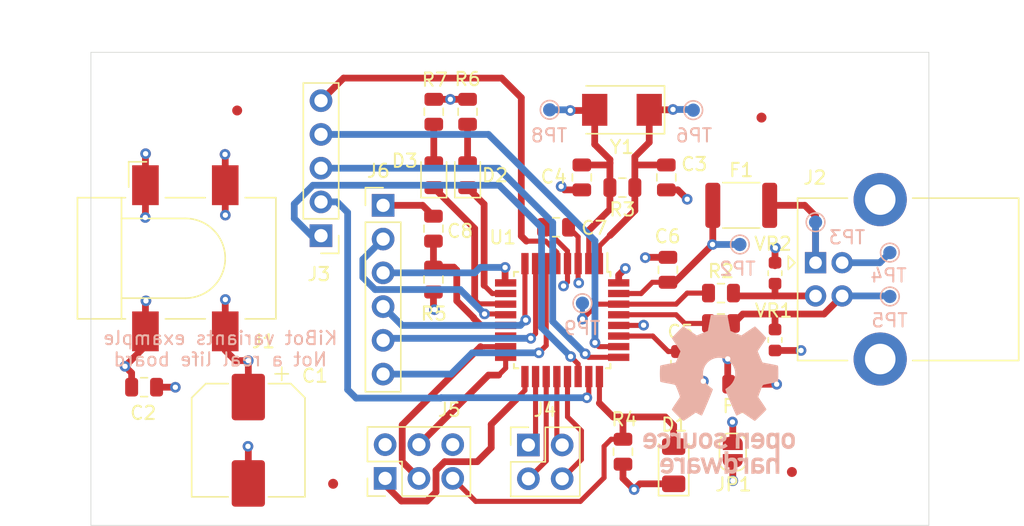
<source format=kicad_pcb>
(kicad_pcb (version 20240108) (generator "pcbnew") (generator_version "8.0")
  (title_block (rev "${git_hash}") (company "Instituto Nacional de Tecnología Industrial") (comment 4 "An example of KiBot variants"))
  (layers (0 "F.Cu" signal) (1 "In1.Cu" power "GND.Cu") (2 "In2.Cu" power "Power.Cu") (31 "B.Cu" signal) (34 "B.Paste" user) (35 "F.Paste" user) (36 "B.SilkS" user "B.Silkscreen") (37 "F.SilkS" user "F.Silkscreen") (38 "B.Mask" user) (39 "F.Mask" user) (44 "Edge.Cuts" user))
  (net 0 "")
  (net 1 "GND")
  (net 2 "+5V")
  (net 3 "Net-(U1-XTAL1)")
  (net 4 "Net-(U1-PC0{slash}XTAL2)")
  (net 5 "Earth")
  (net 6 "Net-(U1-UCAP)")
  (net 7 "VBUS")
  (net 8 "Net-(J6-Pin_1)")
  (net 9 "/DTR")
  (net 10 "/RESET2")
  (net 11 "Net-(D2-A)")
  (net 12 "/RXLED")
  (net 13 "Net-(D3-A)")
  (net 14 "/TXLED")
  (net 15 "Net-(J2-VBUS)")
  (net 16 "Net-(J2-Shield)")
  (net 17 "Net-(J2-D+)")
  (net 18 "Net-(J2-D-)")
  (net 19 "Net-(J3-Pin_4)")
  (net 20 "Net-(J3-Pin_3)")
  (net 21 "Net-(J3-Pin_2)")
  (net 22 "Net-(J3-Pin_1)")
  (net 23 "Net-(J3-Pin_5)")
  (net 24 "Net-(J4-Pin_2)")
  (net 25 "Net-(J4-Pin_1)")
  (net 26 "Net-(J4-Pin_4)")
  (net 27 "Net-(J4-Pin_3)")
  (net 28 "/MOSI2")
  (net 29 "/SCK2")
  (net 30 "/MISO2")
  (net 31 "Net-(J6-Pin_3)")
  (net 32 "Net-(J6-Pin_5)")
  (net 33 "Net-(J6-Pin_6)")
  (net 34 "Net-(J6-Pin_4)")
  (net 35 "Net-(J6-Pin_2)")
  (net 36 "Net-(U1-D+)")
  (net 37 "Net-(U1-D-)")
  (footprint "Capacitor_SMD:CP_Elec_8x10" (layer "F.Cu") (at 130.8354 94.8944 -90)
    (property "Reference" "C1" (at -4.8514 -5.0038 180) (layer "F.SilkS"))
    (property "Value" "47uF")
    (pad "1" smd roundrect (at -3.25 0 270) (size 3.5 2.5) (layers "F.Cu" "F.Paste" "F.Mask") (roundrect_rratio 0.1) (net 2 "+5V"))
    (pad "2" smd roundrect (at 3.25 0 270) (size 3.5 2.5) (layers "F.Cu" "F.Paste" "F.Mask") (roundrect_rratio 0.1) (net 1 "GND"))
  )
  (footprint "Capacitor_SMD:C_0805_2012Metric" (layer "F.Cu") (at 123 90.9)
    (property "Reference" "C2" (at -0.064 1.937 0) (layer "F.SilkS"))
    (property "Value" "100nF")
    (pad "1" smd roundrect (at -0.9375 0) (size 0.975 1.4) (layers "F.Cu" "F.Paste" "F.Mask") (net 2 "+5V"))
    (pad "2" smd roundrect (at 0.9375 0) (size 0.975 1.4) (layers "F.Cu" "F.Paste" "F.Mask") (net 1 "GND"))
  )
  (footprint "Capacitor_SMD:C_0805_2012Metric" (layer "F.Cu") (at 162.26 75.116 -90)
    (property "Reference" "C3" (at -0.9988 -2.1034 180) (layer "F.SilkS"))
    (property "Value" "22pF")
    (pad "1" smd roundrect (at -0.9375 0 270) (size 0.975 1.4) (layers "F.Cu" "F.Paste" "F.Mask") (net 3 "Net-(U1-XTAL1)"))
    (pad "2" smd roundrect (at 0.9375 0 270) (size 0.975 1.4) (layers "F.Cu" "F.Paste" "F.Mask") (net 1 "GND"))
  )
  (footprint "Capacitor_SMD:C_0805_2012Metric" (layer "F.Cu") (at 155.91 75.116 -90)
    (property "Reference" "C4" (at -0.059 2.113 180) (layer "F.SilkS"))
    (property "Value" "22pF")
    (pad "1" smd roundrect (at -0.9375 0 270) (size 0.975 1.4) (layers "F.Cu" "F.Paste" "F.Mask") (net 4 "Net-(U1-PC0{slash}XTAL2)"))
    (pad "2" smd roundrect (at 0.9375 0 270) (size 0.975 1.4) (layers "F.Cu" "F.Paste" "F.Mask") (net 1 "GND"))
  )
  (footprint "Capacitor_SMD:C_0805_2012Metric" (layer "F.Cu") (at 163.322 89.154 -90)
    (property "Reference" "C5" (at -2.413 0 180) (layer "F.SilkS"))
    (property "Value" "1uF")
    (pad "1" smd roundrect (at -0.9375 0 270) (size 0.975 1.4) (layers "F.Cu" "F.Paste" "F.Mask") (net 6 "Net-(U1-UCAP)"))
    (pad "2" smd roundrect (at 0.9375 0 270) (size 0.975 1.4) (layers "F.Cu" "F.Paste" "F.Mask") (net 5 "Earth"))
  )
  (footprint "Capacitor_SMD:C_0805_2012Metric" (layer "F.Cu") (at 153.9748 78.867)
    (property "Reference" "C7" (at 2.8702 0.0508 0) (layer "F.SilkS"))
    (property "Value" "100nF")
    (pad "1" smd roundrect (at -0.9375 0) (size 0.975 1.4) (layers "F.Cu" "F.Paste" "F.Mask") (net 2 "+5V"))
    (pad "2" smd roundrect (at 0.9375 0) (size 0.975 1.4) (layers "F.Cu" "F.Paste" "F.Mask") (net 1 "GND"))
  )
  (footprint "Capacitor_SMD:C_0805_2012Metric" (layer "F.Cu") (at 144.7546 78.9686 90)
    (property "Reference" "C8" (at -0.1778 2.0066 180) (layer "F.SilkS"))
    (property "Value" "100nF")
    (pad "1" smd roundrect (at -0.9375 0 90) (size 0.975 1.4) (layers "F.Cu" "F.Paste" "F.Mask") (net 9 "/DTR"))
    (pad "2" smd roundrect (at 0.9375 0 90) (size 0.975 1.4) (layers "F.Cu" "F.Paste" "F.Mask") (net 8 "Net-(J6-Pin_1)"))
  )
  (footprint "Diode_SMD:D_1206_3216Metric" (layer "F.Cu") (at 162.814 96.774 90)
    (property "Reference" "D1" (at 3.048 0.0508 180) (layer "F.SilkS"))
    (property "Value" "CD1206-S01575")
    (pad "1" smd roundrect (at -1.4 0 90) (size 1.25 1.75) (layers "F.Cu" "F.Paste" "F.Mask") (roundrect_rratio 0.2) (net 2 "+5V"))
    (pad "2" smd roundrect (at 1.4 0 90) (size 1.25 1.75) (layers "F.Cu" "F.Paste" "F.Mask") (roundrect_rratio 0.2) (net 10 "/RESET2"))
  )
  (footprint "LED_SMD:LED_0805_2012Metric" (layer "F.Cu") (at 147.32 74.95 90)
    (property "Reference" "D2" (at -0.0054 2.0574 180) (layer "F.SilkS"))
    (property "Value" "LED")
    (pad "1" smd roundrect (at -0.9375 0 90) (size 0.975 1.4) (layers "F.Cu" "F.Paste" "F.Mask") (net 12 "/RXLED"))
    (pad "2" smd roundrect (at 0.9375 0 90) (size 0.975 1.4) (layers "F.Cu" "F.Paste" "F.Mask") (net 11 "Net-(D2-A)"))
  )
  (footprint "LED_SMD:LED_0805_2012Metric" (layer "F.Cu") (at 144.78 74.95 90)
    (property "Reference" "D3" (at 1.0868 -2.1844 180) (layer "F.SilkS"))
    (property "Value" "LED")
    (pad "1" smd roundrect (at -0.9375 0 90) (size 0.975 1.4) (layers "F.Cu" "F.Paste" "F.Mask") (net 14 "/TXLED"))
    (pad "2" smd roundrect (at 0.9375 0 90) (size 0.975 1.4) (layers "F.Cu" "F.Paste" "F.Mask") (net 13 "Net-(D3-A)"))
  )
  (footprint "Resistor_SMD:R_1812_4532Metric" (layer "F.Cu") (at 167.894 77.216)
    (property "Reference" "F1" (at 0 -2.65 0) (layer "F.SilkS"))
    (property "Value" "MF-MSMF050-2")
    (pad "1" smd roundrect (at -2.1375 0) (size 1.125 3.4) (layers "F.Cu" "F.Paste" "F.Mask") (roundrect_rratio 0.222222) (net 7 "VBUS"))
    (pad "2" smd roundrect (at 2.1375 0) (size 1.125 3.4) (layers "F.Cu" "F.Paste" "F.Mask") (roundrect_rratio 0.222222) (net 15 "Net-(J2-VBUS)"))
  )
  (footprint "Resistor_SMD:R_0805_2012Metric" (layer "F.Cu") (at 167.894 90.678 180)
    (property "Reference" "FB1" (at 0 -1.65 0) (layer "F.SilkS"))
    (property "Value" "BLM21PG221SN1D")
    (pad "1" smd roundrect (at -0.9375 0 180) (size 0.975 1.4) (layers "F.Cu" "F.Paste" "F.Mask") (net 16 "Net-(J2-Shield)"))
    (pad "2" smd roundrect (at 0.9375 0 180) (size 0.975 1.4) (layers "F.Cu" "F.Paste" "F.Mask") (net 5 "Earth"))
  )
  (footprint "Fiducial:Fiducial_0.75mm_Mask1.5mm" (layer "F.Cu") (at 169.418 70.612)
    (property "Reference" "FID1" (hide yes))
    (property "Value" "Fiducial")
    (pad "" smd circle (at 0 0) (size 0.75 0.75) (layers "F.Cu" "F.Mask") (clearance 0.375))
  )
  (footprint "Fiducial:Fiducial_0.75mm_Mask1.5mm" (layer "F.Cu") (at 171.704 97.282)
    (property "Reference" "FID2" (hide yes))
    (property "Value" "Fiducial")
    (pad "" smd circle (at 0 0) (size 0.75 0.75) (layers "F.Cu" "F.Mask") (clearance 0.375))
  )
  (footprint "Fiducial:Fiducial_0.75mm_Mask1.5mm" (layer "F.Cu") (at 129.9972 70.0786)
    (property "Reference" "FID3" (hide yes))
    (property "Value" "Fiducial")
    (pad "" smd circle (at 0 0) (size 0.75 0.75) (layers "F.Cu" "F.Mask") (clearance 0.375))
  )
  (footprint "Fiducial:Fiducial_0.75mm_Mask1.5mm" (layer "F.Cu") (at 137.2108 98.171)
    (property "Reference" "FID4" (hide yes))
    (property "Value" "Fiducial")
    (pad "" smd circle (at 0 0) (size 0.75 0.75) (layers "F.Cu" "F.Mask") (clearance 0.375))
  )
  (footprint "MountingHole:MountingHole_2.7mm_M2.5" (layer "F.Cu") (at 177 97)
    (property "Reference" "H1" (hide yes))
    (property "Value" "MountingHole")
    (pad "" np_thru_hole circle (at 0 0) (size 2.7 2.7) (drill 2.7) (layers "*.Cu" "*.Mask"))
  )
  (footprint "MountingHole:MountingHole_2.7mm_M2.5" (layer "F.Cu") (at 123 97)
    (property "Reference" "H2" (hide yes))
    (property "Value" "MountingHole")
    (pad "" np_thru_hole circle (at 0 0) (size 2.7 2.7) (drill 2.7) (layers "*.Cu" "*.Mask"))
  )
  (footprint "MountingHole:MountingHole_2.7mm_M2.5" (layer "F.Cu") (at 123 69.5)
    (property "Reference" "H3" (hide yes))
    (property "Value" "MountingHole")
    (pad "" np_thru_hole circle (at 0 0) (size 2.7 2.7) (drill 2.7) (layers "*.Cu" "*.Mask"))
  )
  (footprint "MountingHole:MountingHole_2.7mm_M2.5" (layer "F.Cu") (at 177 69.5)
    (property "Reference" "H4" (hide yes))
    (property "Value" "MountingHole")
    (pad "" np_thru_hole circle (at 0 0) (size 2.7 2.7) (drill 2.7) (layers "*.Cu" "*.Mask"))
  )
  (footprint "Connector_BarrelJack:BarrelJack_CLIFF_FC681465S_SMT_Horizontal" (layer "F.Cu") (at 126.1 81.2)
    (property "Reference" "J1" (at 5.8784 6.2522 180) (layer "F.SilkS"))
    (property "Value" "Barrel_Jack_Switch")
    (pad "" np_thru_hole oval (at -2.9 0 90) (size 2 1.5) (drill oval 2 1.5) (layers "*.Cu" "*.Mask"))
    (pad "" np_thru_hole circle (at 1.5 0 90) (size 2 2) (drill 2) (layers "*.Cu" "*.Mask"))
    (pad "1" smd rect (at -3 -5.5 90) (size 3 2) (layers "F.Cu" "F.Paste" "F.Mask") (net 1 "GND"))
    (pad "1" smd rect (at 3 -5.5 90) (size 3 2) (layers "F.Cu" "F.Paste" "F.Mask") (net 1 "GND"))
    (pad "2" smd rect (at 3 5.5 90) (size 3 2) (layers "F.Cu" "F.Paste" "F.Mask") (net 2 "+5V"))
    (pad "3" smd rect (at -3 5.5 90) (size 3 2) (layers "F.Cu" "F.Paste" "F.Mask") (net 2 "+5V"))
  )
  (footprint "Connector_PinHeader_2.54mm:PinHeader_1x05_P2.54mm_Vertical" (layer "F.Cu") (at 136.3 79.5 180)
    (property "Reference" "J3" (at 0.156 -2.8976 0) (layer "F.SilkS"))
    (property "Value" "P1")
    (pad "1" thru_hole rect (at 0 0 180) (size 1.7 1.7) (drill 1) (layers "*.Cu" "*.Mask") (net 22 "Net-(J3-Pin_1)"))
    (pad "2" thru_hole oval (at 0 2.54 180) (size 1.7 1.7) (drill 1) (layers "*.Cu" "*.Mask") (net 21 "Net-(J3-Pin_2)"))
    (pad "3" thru_hole oval (at 0 5.08 180) (size 1.7 1.7) (drill 1) (layers "*.Cu" "*.Mask") (net 20 "Net-(J3-Pin_3)"))
    (pad "4" thru_hole oval (at 0 7.62 180) (size 1.7 1.7) (drill 1) (layers "*.Cu" "*.Mask") (net 19 "Net-(J3-Pin_4)"))
    (pad "5" thru_hole oval (at 0 10.16 180) (size 1.7 1.7) (drill 1) (layers "*.Cu" "*.Mask") (net 23 "Net-(J3-Pin_5)"))
  )
  (footprint "Connector_PinHeader_2.54mm:PinHeader_2x02_P2.54mm_Vertical" (layer "F.Cu") (at 151.892 95.25)
    (property "Reference" "J4" (at 1.2446 -2.6416 0) (layer "F.SilkS"))
    (property "Value" "2x2M")
    (pad "1" thru_hole rect (at 0 0) (size 1.7 1.7) (drill 1) (layers "*.Cu" "*.Mask") (net 25 "Net-(J4-Pin_1)"))
    (pad "2" thru_hole oval (at 2.54 0) (size 1.7 1.7) (drill 1) (layers "*.Cu" "*.Mask") (net 24 "Net-(J4-Pin_2)"))
    (pad "3" thru_hole oval (at 0 2.54) (size 1.7 1.7) (drill 1) (layers "*.Cu" "*.Mask") (net 27 "Net-(J4-Pin_3)"))
    (pad "4" thru_hole oval (at 2.54 2.54) (size 1.7 1.7) (drill 1) (layers "*.Cu" "*.Mask") (net 26 "Net-(J4-Pin_4)"))
  )
  (footprint "Connector_PinHeader_2.54mm:PinHeader_2x03_P2.54mm_Vertical" (layer "F.Cu") (at 141.1224 97.7646 90)
    (property "Reference" "J5" (at 5.1562 4.826 180) (layer "F.SilkS"))
    (property "Value" "ICSP1")
    (pad "1" thru_hole rect (at 0 0 90) (size 1.7 1.7) (drill 1) (layers "*.Cu" "*.Mask") (net 30 "/MISO2"))
    (pad "2" thru_hole oval (at 2.54 0 90) (size 1.7 1.7) (drill 1) (layers "*.Cu" "*.Mask") (net 2 "+5V"))
    (pad "3" thru_hole oval (at 0 2.54 90) (size 1.7 1.7) (drill 1) (layers "*.Cu" "*.Mask") (net 29 "/SCK2"))
    (pad "4" thru_hole oval (at 2.54 2.54 90) (size 1.7 1.7) (drill 1) (layers "*.Cu" "*.Mask") (net 28 "/MOSI2"))
    (pad "5" thru_hole oval (at 0 5.08 90) (size 1.7 1.7) (drill 1) (layers "*.Cu" "*.Mask") (net 10 "/RESET2"))
    (pad "6" thru_hole oval (at 2.54 5.08 90) (size 1.7 1.7) (drill 1) (layers "*.Cu" "*.Mask") (net 1 "GND"))
  )
  (footprint "Connector_PinHeader_2.54mm:PinHeader_1x06_P2.54mm_Vertical" (layer "F.Cu") (at 140.97 77.216)
    (property "Reference" "J6" (at -0.3556 -2.5908 0) (layer "F.SilkS"))
    (property "Value" "P2")
    (pad "1" thru_hole rect (at 0 0) (size 1.7 1.7) (drill 1) (layers "*.Cu" "*.Mask") (net 8 "Net-(J6-Pin_1)"))
    (pad "2" thru_hole oval (at 0 2.54) (size 1.7 1.7) (drill 1) (layers "*.Cu" "*.Mask") (net 35 "Net-(J6-Pin_2)"))
    (pad "3" thru_hole oval (at 0 5.08) (size 1.7 1.7) (drill 1) (layers "*.Cu" "*.Mask") (net 31 "Net-(J6-Pin_3)"))
    (pad "4" thru_hole oval (at 0 7.62) (size 1.7 1.7) (drill 1) (layers "*.Cu" "*.Mask") (net 34 "Net-(J6-Pin_4)"))
    (pad "5" thru_hole oval (at 0 10.16) (size 1.7 1.7) (drill 1) (layers "*.Cu" "*.Mask") (net 32 "Net-(J6-Pin_5)"))
    (pad "6" thru_hole oval (at 0 12.7) (size 1.7 1.7) (drill 1) (layers "*.Cu" "*.Mask") (net 33 "Net-(J6-Pin_6)"))
  )
  (footprint "Jumper:SolderJumper-2_P1.3mm_Open_RoundedPad1.0x1.5mm" (layer "F.Cu") (at 167.259 95.7834 -90)
    (property "Reference" "JP1" (at 2.4384 -0.0508 180) (layer "F.SilkS"))
    (property "Value" "SolderJumper_2_Open")
    (pad "1" smd custom (at -0.65 0 270) (size 1 0.5) (layers "F.Cu" "F.Mask") (net 5 "Earth") (options (clearance outline) (anchor rect)) (primitives (gr_circle (center 0 0.25) (end 0.5 0.25) (width 0) (fill yes)) (gr_circle (center 0 -0.25) (end 0.5 -0.25) (width 0) (fill yes)) (gr_poly (pts (xy 0 -0.75) (xy 0.5 -0.75) (xy 0.5 0.75) (xy 0 0.75)) (width 0) (fill yes))))
    (pad "2" smd custom (at 0.65 0 270) (size 1 0.5) (layers "F.Cu" "F.Mask") (net 1 "GND") (options (clearance outline) (anchor rect)) (primitives (gr_circle (center 0 0.25) (end 0.5 0.25) (width 0) (fill yes)) (gr_circle (center 0 -0.25) (end 0.5 -0.25) (width 0) (fill yes)) (gr_poly (pts (xy 0 -0.75) (xy -0.5 -0.75) (xy -0.5 0.75) (xy 0 0.75)) (width 0) (fill yes))))
  )
  (footprint "Resistor_SMD:R_0805_2012Metric" (layer "F.Cu") (at 166.37 86.106)
    (property "Reference" "R1" (at 0.0762 1.8034 0) (layer "F.SilkS"))
    (property "Value" "22R")
    (pad "1" smd roundrect (at -0.9375 0) (size 0.975 1.4) (layers "F.Cu" "F.Paste" "F.Mask") (net 36 "Net-(U1-D+)"))
    (pad "2" smd roundrect (at 0.9375 0) (size 0.975 1.4) (layers "F.Cu" "F.Paste" "F.Mask") (net 17 "Net-(J2-D+)"))
  )
  (footprint "Resistor_SMD:R_0805_2012Metric" (layer "F.Cu") (at 166.37 83.82)
    (property "Reference" "R2" (at 0 -1.65 0) (layer "F.SilkS"))
    (property "Value" "22R")
    (pad "1" smd roundrect (at -0.9375 0) (size 0.975 1.4) (layers "F.Cu" "F.Paste" "F.Mask") (net 37 "Net-(U1-D-)"))
    (pad "2" smd roundrect (at 0.9375 0) (size 0.975 1.4) (layers "F.Cu" "F.Paste" "F.Mask") (net 18 "Net-(J2-D-)"))
  )
  (footprint "Resistor_SMD:R_0805_2012Metric" (layer "F.Cu") (at 158.958 75.878 180)
    (property "Reference" "R3" (at 0 -1.65 0) (layer "F.SilkS"))
    (property "Value" "1M")
    (pad "1" smd roundrect (at -0.9375 0 180) (size 0.975 1.4) (layers "F.Cu" "F.Paste" "F.Mask") (net 3 "Net-(U1-XTAL1)"))
    (pad "2" smd roundrect (at 0.9375 0 180) (size 0.975 1.4) (layers "F.Cu" "F.Paste" "F.Mask") (net 4 "Net-(U1-PC0{slash}XTAL2)"))
  )
  (footprint "Resistor_SMD:R_0805_2012Metric" (layer "F.Cu") (at 159.004 95.758 90)
    (property "Reference" "R4" (at 2.4384 0.1016 180) (layer "F.SilkS"))
    (property "Value" "10K")
    (pad "1" smd roundrect (at -0.9375 0 90) (size 0.975 1.4) (layers "F.Cu" "F.Paste" "F.Mask") (net 2 "+5V"))
    (pad "2" smd roundrect (at 0.9375 0 90) (size 0.975 1.4) (layers "F.Cu" "F.Paste" "F.Mask") (net 10 "/RESET2"))
  )
  (footprint "Resistor_SMD:R_0805_2012Metric" (layer "F.Cu") (at 144.7546 82.804 -90)
    (property "Reference" "R5" (at 2.5654 -0.0254 180) (layer "F.SilkS"))
    (property "Value" "1K")
    (pad "1" smd roundrect (at -0.9375 0 270) (size 0.975 1.4) (layers "F.Cu" "F.Paste" "F.Mask") (net 9 "/DTR"))
    (pad "2" smd roundrect (at 0.9375 0 270) (size 0.975 1.4) (layers "F.Cu" "F.Paste" "F.Mask") (net 1 "GND"))
  )
  (footprint "Resistor_SMD:R_0805_2012Metric" (layer "F.Cu") (at 147.32 70.1748 -90)
    (property "Reference" "R6" (at -2.4584 0 180) (layer "F.SilkS"))
    (property "Value" "1K")
    (pad "1" smd roundrect (at -0.9375 0 270) (size 0.975 1.4) (layers "F.Cu" "F.Paste" "F.Mask") (net 2 "+5V"))
    (pad "2" smd roundrect (at 0.9375 0 270) (size 0.975 1.4) (layers "F.Cu" "F.Paste" "F.Mask") (net 11 "Net-(D2-A)"))
  )
  (footprint "Resistor_SMD:R_0805_2012Metric" (layer "F.Cu") (at 144.78 70.1748 -90)
    (property "Reference" "R7" (at -2.4076 -0.0762 180) (layer "F.SilkS"))
    (property "Value" "1K")
    (pad "1" smd roundrect (at -0.9375 0 270) (size 0.975 1.4) (layers "F.Cu" "F.Paste" "F.Mask") (net 2 "+5V"))
    (pad "2" smd roundrect (at 0.9375 0 270) (size 0.975 1.4) (layers "F.Cu" "F.Paste" "F.Mask") (net 13 "Net-(D3-A)"))
  )
  (footprint "Resistor_SMD:R_0603_1608Metric" (layer "F.Cu") (at 170.434 87.3505 -90)
    (property "Reference" "VR1" (at -2.2097 0.1016 180) (layer "F.SilkS"))
    (property "Value" "CG0603MLC-05E")
    (pad "1" smd roundrect (at -0.7875 0 270) (size 0.875 0.95) (layers "F.Cu" "F.Paste" "F.Mask") (net 17 "Net-(J2-D+)"))
    (pad "2" smd roundrect (at 0.7875 0 270) (size 0.875 0.95) (layers "F.Cu" "F.Paste" "F.Mask") (net 16 "Net-(J2-Shield)"))
  )
  (footprint "Crystal:Crystal_SMD_Abracon_ABM3-2Pin_5.0x3.2mm" (layer "F.Cu") (at 158.9278 70.0278 180)
    (property "Reference" "Y1" (at 0 -2.8 0) (layer "F.SilkS"))
    (property "Value" "16MHz")
    (pad "1" smd rect (at -2.05 0 180) (size 1.9 2.4) (layers "F.Cu" "F.Paste" "F.Mask") (net 3 "Net-(U1-XTAL1)"))
    (pad "2" smd rect (at 2.05 0 180) (size 1.9 2.4) (layers "F.Cu" "F.Paste" "F.Mask") (net 4 "Net-(U1-PC0{slash}XTAL2)"))
  )
  (footprint "Connector_USB:USB_B_Lumberg_2411_02_Horizontal" (layer "F.Cu") (at 173.482 81.534)
    (property "Reference" "J2" (at -0.0508 -6.4008 0) (layer "F.SilkS"))
    (property "Value" "USB_B")
    (pad "1" thru_hole rect (at 0 0 90) (size 1.6 1.6) (drill 0.95) (layers "*.Cu" "*.Mask") (net 15 "Net-(J2-VBUS)"))
    (pad "2" thru_hole circle (at 0 2.5 90) (size 1.6 1.6) (drill 0.95) (layers "*.Cu" "*.Mask") (net 18 "Net-(J2-D-)"))
    (pad "3" thru_hole circle (at 2 2.5 90) (size 1.6 1.6) (drill 0.95) (layers "*.Cu" "*.Mask") (net 17 "Net-(J2-D+)"))
    (pad "4" thru_hole circle (at 2 0 90) (size 1.6 1.6) (drill 0.95) (layers "*.Cu" "*.Mask") (net 5 "Earth"))
    (pad "5" thru_hole circle (at 4.86 -4.75 90) (size 4 4) (drill 2.3) (layers "*.Cu" "*.Mask") (net 16 "Net-(J2-Shield)"))
    (pad "5" thru_hole circle (at 4.86 7.25 90) (size 4 4) (drill 2.3) (layers "*.Cu" "*.Mask") (net 16 "Net-(J2-Shield)"))
  )
  (footprint "Package_QFP:TQFP-32_7x7mm_P0.8mm" (layer "F.Cu") (at 154.432 85.852 -90)
    (property "Reference" "U1" (at -6.223 4.4704 180) (layer "F.SilkS"))
    (property "Value" "ATmega8U2-AU")
    (pad "1" smd rect (at -4.25 -2.8 270) (size 1.6 0.55) (layers "F.Cu" "F.Paste" "F.Mask") (net 3 "Net-(U1-XTAL1)"))
    (pad "2" smd rect (at -4.25 -2 270) (size 1.6 0.55) (layers "F.Cu" "F.Paste" "F.Mask") (net 4 "Net-(U1-PC0{slash}XTAL2)"))
    (pad "3" smd rect (at -4.25 -1.2 270) (size 1.6 0.55) (layers "F.Cu" "F.Paste" "F.Mask") (net 1 "GND"))
    (pad "4" smd rect (at -4.25 -0.4 270) (size 1.6 0.55) (layers "F.Cu" "F.Paste" "F.Mask") (net 2 "+5V"))
    (pad "5" smd rect (at -4.25 0.4 270) (size 1.6 0.55) (layers "F.Cu" "F.Paste" "F.Mask") (net 23 "Net-(J3-Pin_5)"))
    (pad "6" smd rect (at -4.25 1.2 270) (size 1.6 0.55) (layers "F.Cu" "F.Paste" "F.Mask") (net 33 "Net-(J6-Pin_6)"))
    (pad "7" smd rect (at -4.25 2 270) (size 1.6 0.55) (layers "F.Cu" "F.Paste" "F.Mask") (net 32 "Net-(J6-Pin_5)"))
    (pad "8" smd rect (at -4.25 2.8 270) (size 1.6 0.55) (layers "F.Cu" "F.Paste" "F.Mask") (net 34 "Net-(J6-Pin_4)"))
    (pad "9" smd rect (at -2.8 4.25) (size 1.6 0.55) (layers "F.Cu" "F.Paste" "F.Mask") (net 31 "Net-(J6-Pin_3)"))
    (pad "10" smd rect (at -2 4.25) (size 1.6 0.55) (layers "F.Cu" "F.Paste" "F.Mask") (net 12 "/RXLED"))
    (pad "11" smd rect (at -1.2 4.25) (size 1.6 0.55) (layers "F.Cu" "F.Paste" "F.Mask") (net 14 "/TXLED"))
    (pad "12" smd rect (at -0.4 4.25) (size 1.6 0.55) (layers "F.Cu" "F.Paste" "F.Mask") (net 35 "Net-(J6-Pin_2)"))
    (pad "13" smd rect (at 0.4 4.25) (size 1.6 0.55) (layers "F.Cu" "F.Paste" "F.Mask") (net 9 "/DTR"))
    (pad "14" smd rect (at 1.2 4.25) (size 1.6 0.55) (layers "F.Cu" "F.Paste" "F.Mask"))
    (pad "15" smd rect (at 2 4.25) (size 1.6 0.55) (layers "F.Cu" "F.Paste" "F.Mask") (net 29 "/SCK2"))
    (pad "16" smd rect (at 2.8 4.25) (size 1.6 0.55) (layers "F.Cu" "F.Paste" "F.Mask") (net 28 "/MOSI2"))
    (pad "17" smd rect (at 4.25 2.8 270) (size 1.6 0.55) (layers "F.Cu" "F.Paste" "F.Mask") (net 30 "/MISO2"))
    (pad "18" smd rect (at 4.25 2 270) (size 1.6 0.55) (layers "F.Cu" "F.Paste" "F.Mask") (net 25 "Net-(J4-Pin_1)"))
    (pad "19" smd rect (at 4.25 1.2 270) (size 1.6 0.55) (layers "F.Cu" "F.Paste" "F.Mask") (net 27 "Net-(J4-Pin_3)"))
    (pad "20" smd rect (at 4.25 0.4 270) (size 1.6 0.55) (layers "F.Cu" "F.Paste" "F.Mask") (net 24 "Net-(J4-Pin_2)"))
    (pad "21" smd rect (at 4.25 -0.4 270) (size 1.6 0.55) (layers "F.Cu" "F.Paste" "F.Mask") (net 26 "Net-(J4-Pin_4)"))
    (pad "22" smd rect (at 4.25 -1.2 270) (size 1.6 0.55) (layers "F.Cu" "F.Paste" "F.Mask") (net 22 "Net-(J3-Pin_1)"))
    (pad "23" smd rect (at 4.25 -2 270) (size 1.6 0.55) (layers "F.Cu" "F.Paste" "F.Mask") (net 21 "Net-(J3-Pin_2)"))
    (pad "24" smd rect (at 4.25 -2.8 270) (size 1.6 0.55) (layers "F.Cu" "F.Paste" "F.Mask") (net 10 "/RESET2"))
    (pad "25" smd rect (at 2.8 -4.25) (size 1.6 0.55) (layers "F.Cu" "F.Paste" "F.Mask") (net 20 "Net-(J3-Pin_3)"))
    (pad "26" smd rect (at 2 -4.25) (size 1.6 0.55) (layers "F.Cu" "F.Paste" "F.Mask") (net 19 "Net-(J3-Pin_4)"))
    (pad "27" smd rect (at 1.2 -4.25) (size 1.6 0.55) (layers "F.Cu" "F.Paste" "F.Mask") (net 6 "Net-(U1-UCAP)"))
    (pad "28" smd rect (at 0.4 -4.25) (size 1.6 0.55) (layers "F.Cu" "F.Paste" "F.Mask") (net 5 "Earth"))
    (pad "29" smd rect (at -0.4 -4.25) (size 1.6 0.55) (layers "F.Cu" "F.Paste" "F.Mask") (net 36 "Net-(U1-D+)"))
    (pad "30" smd rect (at -1.2 -4.25) (size 1.6 0.55) (layers "F.Cu" "F.Paste" "F.Mask") (net 37 "Net-(U1-D-)"))
    (pad "31" smd rect (at -2 -4.25) (size 1.6 0.55) (layers "F.Cu" "F.Paste" "F.Mask") (net 7 "VBUS"))
    (pad "32" smd rect (at -2.8 -4.25) (size 1.6 0.55) (layers "F.Cu" "F.Paste" "F.Mask") (net 2 "+5V"))
  )
  (footprint "Resistor_SMD:R_0603_1608Metric" (layer "F.Cu") (at 170.434 82.3214 90)
    (property "Reference" "VR2" (at 2.2098 -0.1524 180) (layer "F.SilkS"))
    (property "Value" "CG0603MLC-05E")
    (pad "1" smd roundrect (at -0.7875 0 90) (size 0.875 0.95) (layers "F.Cu" "F.Paste" "F.Mask") (net 18 "Net-(J2-D-)"))
    (pad "2" smd roundrect (at 0.7875 0 90) (size 0.875 0.95) (layers "F.Cu" "F.Paste" "F.Mask") (net 16 "Net-(J2-Shield)"))
  )
  (footprint "Capacitor_SMD:C_0805_2012Metric" (layer "F.Cu") (at 162.3822 82.0674 90)
    (property "Reference" "C6" (at 2.5146 -0.0254 180) (layer "F.SilkS"))
    (property "Value" "100nF")
    (pad "1" smd roundrect (at -0.9375 0 90) (size 0.975 1.4) (layers "F.Cu" "F.Paste" "F.Mask") (net 7 "VBUS"))
    (pad "2" smd roundrect (at 0.9375 0 90) (size 0.975 1.4) (layers "F.Cu" "F.Paste" "F.Mask") (net 5 "Earth"))
  )
  (footprint "TestPoint:TestPoint_Pad_D1.0mm" (layer "B.Cu") (at 167.7924 80.1624)
    (property "Reference" "TP2" (at -0.1778 1.8288 0) (layer "B.SilkS") (effects (justify mirror)))
    (property "Value" "TestPoint")
    (pad "1" smd circle (at 0 0) (size 1 1) (layers "B.Cu" "B.Mask") (net 7 "VBUS"))
  )
  (footprint "TestPoint:TestPoint_Pad_D1.0mm" (layer "B.Cu") (at 173.482 78.486)
    (property "Reference" "TP3" (at 2.3622 1.143 0) (layer "B.SilkS") (effects (justify mirror)))
    (property "Value" "TestPoint")
    (pad "1" smd circle (at 0 0) (size 1 1) (layers "B.Cu" "B.Mask") (net 15 "Net-(J2-VBUS)"))
  )
  (footprint "TestPoint:TestPoint_Pad_D1.0mm" (layer "B.Cu") (at 179.07 80.772)
    (property "Reference" "TP4" (at -0.1016 1.7272 0) (layer "B.SilkS") (effects (justify mirror)))
    (property "Value" "TestPoint")
    (pad "1" smd circle (at 0 0) (size 1 1) (layers "B.Cu" "B.Mask") (net 5 "Earth"))
  )
  (footprint "TestPoint:TestPoint_Pad_D1.0mm" (layer "B.Cu") (at 179.07 84.074)
    (property "Reference" "TP5" (at -0.0254 1.8034 0) (layer "B.SilkS") (effects (justify mirror)))
    (property "Value" "TestPoint")
    (pad "1" smd circle (at 0 0) (size 1 1) (layers "B.Cu" "B.Mask") (net 17 "Net-(J2-D+)"))
  )
  (footprint "TestPoint:TestPoint_Pad_D1.0mm" (layer "B.Cu") (at 164.2872 70.0532)
    (property "Reference" "TP6" (at 0.0508 1.905 0) (layer "B.SilkS") (effects (justify mirror)))
    (property "Value" "TestPoint")
    (pad "1" smd circle (at 0 0) (size 1 1) (layers "B.Cu" "B.Mask") (net 3 "Net-(U1-XTAL1)"))
  )
  (footprint "TestPoint:TestPoint_Pad_D1.0mm" (layer "B.Cu") (at 153.4922 70.0278)
    (property "Reference" "TP8" (at -0.0508 1.9304 0) (layer "B.SilkS") (effects (justify mirror)))
    (property "Value" "TestPoint")
    (pad "1" smd circle (at 0 0) (size 1 1) (layers "B.Cu" "B.Mask") (net 4 "Net-(U1-PC0{slash}XTAL2)"))
  )
  (footprint "TestPoint:TestPoint_Pad_D1.0mm" (layer "B.Cu") (at 155.956 84.582)
    (property "Reference" "TP9" (at -0.0254 1.8796 0) (layer "B.SilkS") (effects (justify mirror)))
    (property "Value" "TestPoint")
    (pad "1" smd circle (at 0 0) (size 1 1) (layers "B.Cu" "B.Mask") (net 37 "Net-(U1-D-)"))
  )
  (footprint "Symbol:OSHW-Logo_11.4x12mm_SilkScreen" (layer "B.Cu") (at 166.243 91.44 180)
    (property "Reference" "LOGO1" (hide yes))
    (property "Value" "Logo_Open_Hardware_Large" (hide yes))
  )
  (gr_line (start 119 101.3) (end 182 101.3) (stroke (width 0.05)) (layer "Edge.Cuts"))
  (gr_line (start 182 101.3) (end 182 65.7) (stroke (width 0.05)) (layer "Edge.Cuts"))
  (gr_line (start 119 65.7) (end 119 101.3) (stroke (width 0.05)) (layer "Edge.Cuts"))
  (gr_line (start 182 65.7) (end 119 65.7) (stroke (width 0.05)) (layer "Edge.Cuts"))
  (gr_text "KiBot variants example\nNot a real life board" (at 128.7272 88.011 0) (layer "B.SilkS") (effects (font (size 1 1)) (justify mirror)))
  (segment (start 144.7546 84.9884) (end 144.8308 85.0646) (width 0.508) (layer "F.Cu") (net 1))
  (segment (start 125.3424 90.9) (end 125.349 90.9066) (width 0.508) (layer "F.Cu") (net 1))
  (segment (start 129.1 75.7) (end 129.1 77.9444) (width 0.508) (layer "F.Cu") (net 1))
  (segment (start 155.632 83.0134) (end 155.6766 83.058) (width 0.381) (layer "F.Cu") (net 1))
  (segment (start 144.7546 83.7415) (end 144.7546 84.9884) (width 0.508) (layer "F.Cu") (net 1))
  (segment (start 123.9375 90.9) (end 125.3424 90.9) (width 0.508) (layer "F.Cu") (net 1))
  (segment (start 123.1 75.7) (end 123.1 78.1188) (width 0.508) (layer "F.Cu") (net 1))
  (segment (start 163.1247 76.0535) (end 163.83 76.7588) (width 0.508) (layer "F.Cu") (net 1))
  (segment (start 155.632 79.5867) (end 154.9123 78.867) (width 0.381) (layer "F.Cu") (net 1))
  (segment (start 155.632 81.602) (end 155.632 83.0134) (width 0.381) (layer "F.Cu") (net 1))
  (segment (start 123.1 75.7) (end 123.1 73.3436) (width 0.508) (layer "F.Cu") (net 1))
  (segment (start 154.6157 76.0535) (end 154.3558 75.7936) (width 0.508) (layer "F.Cu") (net 1))
  (segment (start 123.1 73.3436) (end 123.1138 73.3298) (width 0.508) (layer "F.Cu") (net 1))
  (segment (start 162.26 76.0535) (end 163.1247 76.0535) (width 0.508) (layer "F.Cu") (net 1))
  (segment (start 155.91 76.0535) (end 154.6157 76.0535) (width 0.508) (layer "F.Cu") (net 1))
  (segment (start 167.259 96.4334) (end 167.259 97.9424) (width 0.508) (layer "F.Cu") (net 1))
  (segment (start 130.8354 95.377) (end 130.81 95.3516) (width 0.508) (layer "F.Cu") (net 1))
  (segment (start 129.1 73.3978) (end 129.0828 73.3806) (width 0.508) (layer "F.Cu") (net 1))
  (segment (start 129.1 77.9444) (end 129.1082 77.9526) (width 0.508) (layer "F.Cu") (net 1))
  (segment (start 123.1 78.1188) (end 123.0884 78.1304) (width 0.508) (layer "F.Cu") (net 1))
  (segment (start 155.632 81.602) (end 155.632 79.5867) (width 0.381) (layer "F.Cu") (net 1))
  (segment (start 130.8354 98.1444) (end 130.8354 95.377) (width 0.508) (layer "F.Cu") (net 1))
  (segment (start 129.1 75.7) (end 129.1 73.3978) (width 0.508) (layer "F.Cu") (net 1))
  (via (at 154.3558 75.7936) (size 0.8) (drill 0.4) (layers "F.Cu" "B.Cu") (net 1))
  (via (at 123.1138 73.3298) (size 0.8) (drill 0.4) (layers "F.Cu" "B.Cu") (net 1))
  (via (at 129.1082 77.9526) (size 0.8) (drill 0.4) (layers "F.Cu" "B.Cu") (net 1))
  (via (at 167.259 97.9424) (size 0.8) (drill 0.4) (layers "F.Cu" "B.Cu") (net 1))
  (via (at 155.6766 83.058) (size 0.8) (drill 0.4) (layers "F.Cu" "B.Cu") (net 1))
  (via (at 163.83 76.7588) (size 0.8) (drill 0.4) (layers "F.Cu" "B.Cu") (net 1))
  (via (at 125.349 90.9066) (size 0.8) (drill 0.4) (layers "F.Cu" "B.Cu") (net 1))
  (via (at 130.81 95.3516) (size 0.8) (drill 0.4) (layers "F.Cu" "B.Cu") (net 1))
  (via (at 129.0828 73.3806) (size 0.8) (drill 0.4) (layers "F.Cu" "B.Cu") (net 1))
  (via (at 144.8308 85.0646) (size 0.8) (drill 0.4) (layers "F.Cu" "B.Cu") (net 1))
  (via (at 123.0884 78.1304) (size 0.8) (drill 0.4) (layers "F.Cu" "B.Cu") (net 1))
  (segment (start 123.1 84.4434) (end 123.1392 84.4042) (width 0.508) (layer "F.Cu") (net 2))
  (segment (start 144.78 69.2373) (end 146.0215 69.2373) (width 0.508) (layer "F.Cu") (net 2))
  (segment (start 154.832 82.9882) (end 154.5336 83.2866) (width 0.381) (layer "F.Cu") (net 2))
  (segment (start 129.1 84.3108) (end 129.1082 84.3026) (width 0.508) (layer "F.Cu") (net 2))
  (segment (start 162.814 98.174) (end 160.271 98.174) (width 0.508) (layer "F.Cu") (net 2))
  (segment (start 158.682 83.052) (end 158.682 82.4656) (width 0.508) (layer "F.Cu") (net 2))
  (segment (start 154.832 80.6617) (end 153.0373 78.867) (width 0.381) (layer "F.Cu") (net 2))
  (segment (start 159.004 97.7646) (end 159.8422 98.6028) (width 0.508) (layer "F.Cu") (net 2))
  (segment (start 123.1 86.7) (end 123.1 84.4434) (width 0.508) (layer "F.Cu") (net 2))
  (segment (start 146.0215 69.2373) (end 146.0246 69.2404) (width 0.508) (layer "F.Cu") (net 2))
  (segment (start 159.004 96.6955) (end 159.004 97.7646) (width 0.508) (layer "F.Cu") (net 2))
  (segment (start 123.1 86.7) (end 123.1 87.7962) (width 0.508) (layer "F.Cu") (net 2))
  (segment (start 129.1 86.7) (end 129.1 84.3108) (width 0.508) (layer "F.Cu") (net 2))
  (segment (start 129.8702 88.9) (end 130.8354 88.9) (width 0.508) (layer "F.Cu") (net 2))
  (segment (start 122.0625 89.8299) (end 121.5644 89.3318) (width 0.508) (layer "F.Cu") (net 2))
  (segment (start 122.0625 90.9) (end 122.0625 89.8299) (width 0.508) (layer "F.Cu") (net 2))
  (segment (start 130.8354 91.6444) (end 130.8354 88.9) (width 0.508) (layer "F.Cu") (net 2))
  (segment (start 160.271 98.174) (end 159.8422 98.6028) (width 0.508) (layer "F.Cu") (net 2))
  (segment (start 146.0277 69.2373) (end 146.0246 69.2404) (width 0.508) (layer "F.Cu") (net 2))
  (segment (start 154.832 81.602) (end 154.832 80.6617) (width 0.381) (layer "F.Cu") (net 2))
  (segment (start 158.682 82.4656) (end 159.1818 81.9658) (width 0.508) (layer "F.Cu") (net 2))
  (segment (start 123.1 87.7962) (end 121.5644 89.3318) (width 0.508) (layer "F.Cu") (net 2))
  (segment (start 129.1 88.1298) (end 129.8702 88.9) (width 0.508) (layer "F.Cu") (net 2))
  (segment (start 129.1 86.7) (end 129.1 88.1298) (width 0.508) (layer "F.Cu") (net 2))
  (segment (start 147.32 69.2373) (end 146.0277 69.2373) (width 0.508) (layer "F.Cu") (net 2))
  (segment (start 154.832 81.602) (end 154.832 82.9882) (width 0.381) (layer "F.Cu") (net 2))
  (via (at 159.8422 98.6028) (size 0.8) (drill 0.4) (layers "F.Cu" "B.Cu") (net 2))
  (via (at 154.5336 83.2866) (size 0.8) (drill 0.4) (layers "F.Cu" "B.Cu") (net 2))
  (via (at 146.0246 69.2404) (size 0.8) (drill 0.4) (layers "F.Cu" "B.Cu") (net 2))
  (via (at 159.1818 81.9658) (size 0.8) (drill 0.4) (layers "F.Cu" "B.Cu") (net 2))
  (via (at 130.8354 88.9) (size 0.8) (drill 0.4) (layers "F.Cu" "B.Cu") (net 2))
  (via (at 129.1082 84.3026) (size 0.8) (drill 0.4) (layers "F.Cu" "B.Cu") (net 2))
  (via (at 121.5644 89.3318) (size 0.8) (drill 0.4) (layers "F.Cu" "B.Cu") (net 2))
  (via (at 123.1392 84.4042) (size 0.8) (drill 0.4) (layers "F.Cu" "B.Cu") (net 2))
  (segment (start 162.26 74.1785) (end 159.9543 74.1785) (width 0.508) (layer "F.Cu") (net 3))
  (segment (start 162.7378 70.0278) (end 162.7632 70.0024) (width 0.508) (layer "F.Cu") (net 3))
  (segment (start 157.232 80.2834) (end 158.0388 79.4766) (width 0.381) (layer "F.Cu") (net 3))
  (segment (start 159.8955 73.5559) (end 160.9778 72.4736) (width 0.508) (layer "F.Cu") (net 3))
  (segment (start 160.9778 72.4736) (end 160.9778 70.0278) (width 0.508) (layer "F.Cu") (net 3))
  (segment (start 158.0388 79.4766) (end 159.8955 77.6199) (width 0.508) (layer "F.Cu") (net 3))
  (segment (start 159.9543 74.1785) (end 159.8955 74.1197) (width 0.508) (layer "F.Cu") (net 3))
  (segment (start 159.8955 75.878) (end 159.8955 74.1197) (width 0.508) (layer "F.Cu") (net 3))
  (segment (start 160.9778 70.0278) (end 162.7378 70.0278) (width 0.508) (layer "F.Cu") (net 3))
  (segment (start 157.232 81.602) (end 157.232 80.2834) (width 0.381) (layer "F.Cu") (net 3))
  (segment (start 159.8955 77.6199) (end 159.8955 75.878) (width 0.508) (layer "F.Cu") (net 3))
  (segment (start 159.8955 74.1197) (end 159.8955 73.5559) (width 0.508) (layer "F.Cu") (net 3))
  (via (at 162.7632 70.0024) (size 0.8) (drill 0.4) (layers "F.Cu" "B.Cu") (net 3))
  (segment (start 164.2364 70.0024) (end 164.2872 70.0532) (width 0.508) (layer "B.Cu") (net 3))
  (segment (start 162.7632 70.0024) (end 164.2364 70.0024) (width 0.508) (layer "B.Cu") (net 3))
  (segment (start 155.91 74.1785) (end 157.8759 74.1785) (width 0.508) (layer "F.Cu") (net 4))
  (segment (start 156.827 70.0786) (end 156.8778 70.0278) (width 0.508) (layer "F.Cu") (net 4))
  (segment (start 158.0205 75.878) (end 158.0205 77.5137) (width 0.508) (layer "F.Cu") (net 4))
  (segment (start 155.0416 70.0786) (end 156.827 70.0786) (width 0.508) (layer "F.Cu") (net 4))
  (segment (start 158.0205 75.878) (end 158.0205 74.0339) (width 0.508) (layer "F.Cu") (net 4))
  (segment (start 156.4386 79.0956) (end 156.432 79.1022) (width 0.381) (layer "F.Cu") (net 4))
  (segment (start 158.0205 74.0339) (end 158.0205 73.7687) (width 0.508) (layer "F.Cu") (net 4))
  (segment (start 156.432 79.1022) (end 156.432 81.602) (width 0.381) (layer "F.Cu") (net 4))
  (segment (start 158.0205 77.5137) (end 156.4386 79.0956) (width 0.508) (layer "F.Cu") (net 4))
  (segment (start 156.8778 72.626) (end 156.8778 70.0278) (width 0.508) (layer "F.Cu") (net 4))
  (segment (start 157.8759 74.1785) (end 158.0205 74.0339) (width 0.508) (layer "F.Cu") (net 4))
  (segment (start 158.0205 73.7687) (end 156.8778 72.626) (width 0.508) (layer "F.Cu") (net 4))
  (via (at 155.0416 70.0786) (size 0.8) (drill 0.4) (layers "F.Cu" "B.Cu") (net 4))
  (segment (start 154.9908 70.0278) (end 155.0416 70.0786) (width 0.508) (layer "B.Cu") (net 4))
  (segment (start 153.4922 70.0278) (end 154.9908 70.0278) (width 0.508) (layer "B.Cu") (net 4))
  (segment (start 158.682 86.252) (end 160.5344 86.252) (width 0.381) (layer "F.Cu") (net 5))
  (segment (start 160.7035 81.1299) (end 160.6804 81.153) (width 0.508) (layer "F.Cu") (net 5))
  (segment (start 166.878 88.773) (end 166.878 90.5995) (width 0.508) (layer "F.Cu") (net 5))
  (segment (start 163.322 90.0915) (end 164.6913 90.0915) (width 0.508) (layer "F.Cu") (net 5))
  (segment (start 167.259 95.1334) (end 167.259 93.5482) (width 0.508) (layer "F.Cu") (net 5))
  (segment (start 162.3822 81.1299) (end 160.7035 81.1299) (width 0.508) (layer "F.Cu") (net 5))
  (segment (start 160.5344 86.252) (end 160.5534 86.233) (width 0.381) (layer "F.Cu") (net 5))
  (segment (start 166.878 90.5995) (end 166.9565 90.678) (width 0.508) (layer "F.Cu") (net 5))
  (segment (start 164.6913 90.0915) (end 165.0492 90.4494) (width 0.508) (layer "F.Cu") (net 5))
  (segment (start 167.259 93.5482) (end 167.2336 93.5228) (width 0.508) (layer "F.Cu") (net 5))
  (via (at 160.6804 81.153) (size 0.8) (drill 0.4) (layers "F.Cu" "B.Cu") (net 5))
  (via (at 166.878 88.773) (size 0.8) (drill 0.4) (layers "F.Cu" "B.Cu") (net 5))
  (via (at 160.5534 86.233) (size 0.8) (drill 0.4) (layers "F.Cu" "B.Cu") (net 5))
  (via (at 167.2336 93.5228) (size 0.8) (drill 0.4) (layers "F.Cu" "B.Cu") (net 5))
  (via (at 165.0492 90.4494) (size 0.8) (drill 0.4) (layers "F.Cu" "B.Cu") (net 5))
  (segment (start 178.308 81.534) (end 179.07 80.772) (width 0.508) (layer "B.Cu") (net 5))
  (segment (start 175.482 81.534) (end 178.308 81.534) (width 0.508) (layer "B.Cu") (net 5))
  (segment (start 161.2454 87.052) (end 162.4099 88.2165) (width 0.381) (layer "F.Cu") (net 6))
  (segment (start 158.682 87.052) (end 161.2454 87.052) (width 0.381) (layer "F.Cu") (net 6))
  (segment (start 162.4099 88.2165) (end 163.322 88.2165) (width 0.381) (layer "F.Cu") (net 6))
  (segment (start 160.369 83.852) (end 161.2161 83.0049) (width 0.381) (layer "F.Cu") (net 7))
  (segment (start 162.3822 83.0049) (end 162.8925 83.0049) (width 0.508) (layer "F.Cu") (net 7))
  (segment (start 162.8925 83.0049) (end 165.735 80.1624) (width 0.508) (layer "F.Cu") (net 7))
  (segment (start 158.682 83.852) (end 160.369 83.852) (width 0.381) (layer "F.Cu") (net 7))
  (segment (start 165.7565 77.216) (end 165.7565 80.1409) (width 0.508) (layer "F.Cu") (net 7))
  (segment (start 161.2161 83.0049) (end 162.3822 83.0049) (width 0.381) (layer "F.Cu") (net 7))
  (segment (start 165.7565 80.1409) (end 165.735 80.1624) (width 0.508) (layer "F.Cu") (net 7))
  (via (at 165.735 80.1624) (size 0.8) (drill 0.4) (layers "F.Cu" "B.Cu") (net 7))
  (segment (start 165.735 80.1624) (end 167.7924 80.1624) (width 0.508) (layer "B.Cu") (net 7))
  (segment (start 140.97 77.216) (end 143.9395 77.216) (width 0.508) (layer "F.Cu") (net 8))
  (segment (start 143.9395 77.216) (end 144.7546 78.0311) (width 0.508) (layer "F.Cu") (net 8))
  (segment (start 146.5072 82.0928) (end 146.2809 81.8665) (width 0.508) (layer "F.Cu") (net 9))
  (segment (start 147.7772 85.6742) (end 146.5072 84.4042) (width 0.508) (layer "F.Cu") (net 9))
  (segment (start 147.7772 85.7122) (end 147.7772 85.6742) (width 0.508) (layer "F.Cu") (net 9))
  (segment (start 146.2809 81.8665) (end 144.7546 81.8665) (width 0.508) (layer "F.Cu") (net 9))
  (segment (start 146.5072 84.4042) (end 146.5072 82.0928) (width 0.508) (layer "F.Cu") (net 9))
  (segment (start 148.317 86.252) (end 147.7772 85.7122) (width 0.508) (layer "F.Cu") (net 9))
  (segment (start 150.182 86.252) (end 148.317 86.252) (width 0.381) (layer "F.Cu") (net 9))
  (segment (start 144.7546 79.9061) (end 144.7546 81.8665) (width 0.508) (layer "F.Cu") (net 9))
  (segment (start 158.2674 93.1418) (end 157.226 92.1004) (width 0.508) (layer "F.Cu") (net 10))
  (segment (start 159.004 93.2942) (end 159.004 94.8205) (width 0.508) (layer "F.Cu") (net 10))
  (segment (start 157.5816 95.3516) (end 158.1127 94.8205) (width 0.381) (layer "F.Cu") (net 10))
  (segment (start 158.1127 94.8205) (end 159.004 94.8205) (width 0.381) (layer "F.Cu") (net 10))
  (segment (start 146.2024 97.7646) (end 147.9296 99.4918) (width 0.381) (layer "F.Cu") (net 10))
  (segment (start 159.1564 93.1418) (end 158.2674 93.1418) (width 0.508) (layer "F.Cu") (net 10))
  (segment (start 157.232 92.0944) (end 157.232 90.102) (width 0.381) (layer "F.Cu") (net 10))
  (segment (start 162.179 93.1418) (end 159.1564 93.1418) (width 0.508) (layer "F.Cu") (net 10))
  (segment (start 157.5816 97.7138) (end 157.5816 95.3516) (width 0.381) (layer "F.Cu") (net 10))
  (segment (start 157.226 92.1004) (end 157.232 92.0944) (width 0.381) (layer "F.Cu") (net 10))
  (segment (start 162.814 95.374) (end 162.814 93.7768) (width 0.508) (layer "F.Cu") (net 10))
  (segment (start 162.814 93.7768) (end 162.179 93.1418) (width 0.508) (layer "F.Cu") (net 10))
  (segment (start 159.1564 93.1418) (end 159.004 93.2942) (width 0.508) (layer "F.Cu") (net 10))
  (segment (start 147.9296 99.4918) (end 155.8036 99.4918) (width 0.381) (layer "F.Cu") (net 10))
  (segment (start 155.8036 99.4918) (end 157.5816 97.7138) (width 0.381) (layer "F.Cu") (net 10))
  (segment (start 147.32 71.1123) (end 147.32 74.0125) (width 0.508) (layer "F.Cu") (net 11))
  (segment (start 149.175478 83.852) (end 148.5646 83.241122) (width 0.381) (layer "F.Cu") (net 12))
  (segment (start 150.182 83.852) (end 149.175478 83.852) (width 0.381) (layer "F.Cu") (net 12))
  (segment (start 148.5646 83.241122) (end 148.5646 77.1321) (width 0.508) (layer "F.Cu") (net 12))
  (segment (start 148.5646 77.1321) (end 147.32 75.8875) (width 0.508) (layer "F.Cu") (net 12))
  (segment (start 144.78 71.1123) (end 144.78 74.0125) (width 0.508) (layer "F.Cu") (net 13))
  (segment (start 144.78 75.8875) (end 147.8534 78.9609) (width 0.508) (layer "F.Cu") (net 14))
  (segment (start 147.8534 78.9609) (end 147.8534 84.4042) (width 0.508) (layer "F.Cu") (net 14))
  (segment (start 150.1628 84.6328) (end 150.182 84.652) (width 0.381) (layer "F.Cu") (net 14))
  (segment (start 147.8534 84.4042) (end 148.082 84.6328) (width 0.508) (layer "F.Cu") (net 14))
  (segment (start 148.082 84.6328) (end 150.1628 84.6328) (width 0.381) (layer "F.Cu") (net 14))
  (segment (start 173.482 81.534) (end 173.482 78.0288) (width 0.508) (layer "F.Cu") (net 15))
  (segment (start 173.482 78.0288) (end 172.6692 77.216) (width 0.508) (layer "F.Cu") (net 15))
  (segment (start 172.6692 77.216) (end 170.0315 77.216) (width 0.508) (layer "F.Cu") (net 15))
  (segment (start 173.482 81.534) (end 173.482 78.486) (width 0.508) (layer "B.Cu") (net 15))
  (segment (start 170.434 81.7625) (end 170.434 80.4418) (width 0.508) (layer "F.Cu") (net 16))
  (segment (start 170.434 88.138) (end 172.3898 88.138) (width 0.508) (layer "F.Cu") (net 16))
  (segment (start 170.434 80.4418) (end 170.4594 80.4164) (width 0.508) (layer "F.Cu") (net 16))
  (segment (start 168.8315 90.678) (end 170.561 90.678) (width 0.508) (layer "F.Cu") (net 16))
  (via (at 170.4594 80.4164) (size 0.8) (drill 0.4) (layers "F.Cu" "B.Cu") (net 16))
  (via (at 172.3898 88.138) (size 0.8) (drill 0.4) (layers "F.Cu" "B.Cu") (net 16))
  (via (at 170.561 90.678) (size 0.8) (drill 0.4) (layers "F.Cu" "B.Cu") (net 16))
  (segment (start 175.482 84.034) (end 174.1212 85.3948) (width 0.508) (layer "F.Cu") (net 17))
  (segment (start 170.307 85.3948) (end 168.0187 85.3948) (width 0.508) (layer "F.Cu") (net 17))
  (segment (start 170.434 86.563) (end 170.434 85.5218) (width 0.508) (layer "F.Cu") (net 17))
  (segment (start 168.0187 85.3948) (end 167.3075 86.106) (width 0.508) (layer "F.Cu") (net 17))
  (segment (start 174.1212 85.3948) (end 170.307 85.3948) (width 0.508) (layer "F.Cu") (net 17))
  (segment (start 170.434 85.5218) (end 170.307 85.3948) (width 0.508) (layer "F.Cu") (net 17))
  (segment (start 175.482 84.034) (end 179.03 84.034) (width 0.508) (layer "B.Cu") (net 17))
  (segment (start 179.03 84.034) (end 179.07 84.074) (width 0.508) (layer "B.Cu") (net 17))
  (segment (start 170.3686 84.034) (end 167.5215 84.034) (width 0.508) (layer "F.Cu") (net 18))
  (segment (start 173.482 84.034) (end 170.3686 84.034) (width 0.508) (layer "F.Cu") (net 18))
  (segment (start 167.5215 84.034) (end 167.3075 83.82) (width 0.508) (layer "F.Cu") (net 18))
  (segment (start 170.434 83.1089) (end 170.434 83.9686) (width 0.508) (layer "F.Cu") (net 18))
  (segment (start 170.434 83.9686) (end 170.3686 84.034) (width 0.508) (layer "F.Cu") (net 18))
  (segment (start 158.682 87.852) (end 157.194 87.852) (width 0.381) (layer "F.Cu") (net 19))
  (segment (start 157.194 87.852) (end 156.8958 87.5538) (width 0.381) (layer "F.Cu") (net 19))
  (via (at 156.8958 87.5538) (size 0.8) (drill 0.4) (layers "F.Cu" "B.Cu") (net 19))
  (segment (start 148.8928 71.88) (end 156.8958 79.883) (width 0.508) (layer "B.Cu") (net 19))
  (segment (start 136.3 71.88) (end 148.8928 71.88) (width 0.508) (layer "B.Cu") (net 19))
  (segment (start 156.8958 79.883) (end 156.8958 87.5538) (width 0.508) (layer "B.Cu") (net 19))
  (segment (start 156.4192 88.652) (end 156.1592 88.392) (width 0.381) (layer "F.Cu") (net 20))
  (segment (start 158.682 88.652) (end 156.4192 88.652) (width 0.381) (layer "F.Cu") (net 20))
  (via (at 156.1592 88.392) (size 0.8) (drill 0.4) (layers "F.Cu" "B.Cu") (net 20))
  (segment (start 136.3 74.42) (end 149.6294 74.42) (width 0.508) (layer "B.Cu") (net 20))
  (segment (start 153.7208 78.5114) (end 153.7208 85.9536) (width 0.508) (layer "B.Cu") (net 20))
  (segment (start 153.7208 85.9536) (end 156.1592 88.392) (width 0.508) (layer "B.Cu") (net 20))
  (segment (start 149.6294 74.42) (end 153.7208 78.5114) (width 0.508) (layer "B.Cu") (net 20))
  (segment (start 156.432 90.102) (end 156.432 91.5482) (width 0.381) (layer "F.Cu") (net 21))
  (segment (start 156.432 91.5482) (end 156.2862 91.694) (width 0.381) (layer "F.Cu") (net 21))
  (via (at 156.2862 91.694) (size 0.8) (drill 0.4) (layers "F.Cu" "B.Cu") (net 21))
  (segment (start 156.2862 91.694) (end 145.333526 91.694) (width 0.508) (layer "B.Cu") (net 21))
  (segment (start 145.308126 91.7194) (end 138.938 91.7194) (width 0.508) (layer "B.Cu") (net 21))
  (segment (start 145.333526 91.694) (end 145.308126 91.7194) (width 0.508) (layer "B.Cu") (net 21))
  (segment (start 138.303 77.7494) (end 137.5136 76.96) (width 0.508) (layer "B.Cu") (net 21))
  (segment (start 137.5136 76.96) (end 136.3 76.96) (width 0.508) (layer "B.Cu") (net 21))
  (segment (start 138.938 91.7194) (end 138.303 91.0844) (width 0.508) (layer "B.Cu") (net 21))
  (segment (start 138.303 91.0844) (end 138.303 77.7494) (width 0.508) (layer "B.Cu") (net 21))
  (segment (start 155.632 90.102) (end 155.632 89.1602) (width 0.381) (layer "F.Cu") (net 22))
  (segment (start 155.632 89.1602) (end 155.067 88.5952) (width 0.381) (layer "F.Cu") (net 22))
  (via (at 155.067 88.5952) (size 0.8) (drill 0.4) (layers "F.Cu" "B.Cu") (net 22))
  (segment (start 134.2898 78.2066) (end 134.2898 77.110726) (width 0.508) (layer "B.Cu") (net 22))
  (segment (start 135.5832 79.5) (end 134.2898 78.2066) (width 0.508) (layer "B.Cu") (net 22))
  (segment (start 136.3 79.5) (end 135.5832 79.5) (width 0.508) (layer "B.Cu") (net 22))
  (segment (start 152.8826 86.4108) (end 155.067 88.5952) (width 0.508) (layer "B.Cu") (net 22))
  (segment (start 152.8826 78.8924) (end 152.8826 86.4108) (width 0.508) (layer "B.Cu") (net 22))
  (segment (start 135.696927 75.703599) (end 149.693799 75.703599) (width 0.508) (layer "B.Cu") (net 22))
  (segment (start 149.693799 75.703599) (end 152.8826 78.8924) (width 0.508) (layer "B.Cu") (net 22))
  (segment (start 134.2898 77.110726) (end 135.696927 75.703599) (width 0.508) (layer "B.Cu") (net 22))
  (segment (start 154.032 80.753) (end 153.18891 79.90991) (width 0.381) (layer "F.Cu") (net 23))
  (segment (start 149.8854 67.6402) (end 137.9998 67.6402) (width 0.508) (layer "F.Cu") (net 23))
  (segment (start 151.74111 79.90991) (end 151.3586 79.5274) (width 0.508) (layer "F.Cu") (net 23))
  (segment (start 151.3586 79.5274) (end 151.3586 69.1134) (width 0.508) (layer "F.Cu") (net 23))
  (segment (start 137.9998 67.6402) (end 136.3 69.34) (width 0.508) (layer "F.Cu") (net 23))
  (segment (start 151.3586 69.1134) (end 149.8854 67.6402) (width 0.508) (layer "F.Cu") (net 23))
  (segment (start 153.18891 79.90991) (end 151.74111 79.90991) (width 0.381) (layer "F.Cu") (net 23))
  (segment (start 154.032 81.602) (end 154.032 80.753) (width 0.381) (layer "F.Cu") (net 23))
  (segment (start 154.032 94.85) (end 154.432 95.25) (width 0.381) (layer "F.Cu") (net 24))
  (segment (start 154.032 90.102) (end 154.032 94.85) (width 0.381) (layer "F.Cu") (net 24))
  (segment (start 152.432 94.71) (end 151.892 95.25) (width 0.381) (layer "F.Cu") (net 25))
  (segment (start 152.432 90.102) (end 152.432 94.71) (width 0.381) (layer "F.Cu") (net 25))
  (segment (start 155.8798 94.1832) (end 155.8798 96.3422) (width 0.381) (layer "F.Cu") (net 26))
  (segment (start 155.8798 96.3422) (end 154.432 97.79) (width 0.381) (layer "F.Cu") (net 26))
  (segment (start 154.832 90.102) (end 154.832 93.1354) (width 0.381) (layer "F.Cu") (net 26))
  (segment (start 154.832 93.1354) (end 155.8798 94.1832) (width 0.381) (layer "F.Cu") (net 26))
  (segment (start 153.232 96.45) (end 151.892 97.79) (width 0.381) (layer "F.Cu") (net 27))
  (segment (start 153.232 90.102) (end 153.232 96.45) (width 0.381) (layer "F.Cu") (net 27))
  (segment (start 148.8948 89.9922) (end 149.6568 89.9922) (width 0.508) (layer "F.Cu") (net 28))
  (segment (start 149.6568 89.9922) (end 150.182 89.467) (width 0.381) (layer "F.Cu") (net 28))
  (segment (start 150.182 89.467) (end 150.182 88.652) (width 0.381) (layer "F.Cu") (net 28))
  (segment (start 143.6624 95.2246) (end 148.8948 89.9922) (width 0.508) (layer "F.Cu") (net 28))
  (segment (start 143.6624 97.7646) (end 142.405999 96.508199) (width 0.508) (layer "F.Cu") (net 29))
  (segment (start 148.59 87.8586) (end 148.5966 87.852) (width 0.381) (layer "F.Cu") (net 29))
  (segment (start 148.2852 87.8586) (end 148.3106 87.8586) (width 0.508) (layer "F.Cu") (net 29))
  (segment (start 142.405999 96.508199) (end 142.405999 93.737801) (width 0.508) (layer "F.Cu") (net 29))
  (segment (start 148.3106 87.8586) (end 148.59 87.8586) (width 0.381) (layer "F.Cu") (net 29))
  (segment (start 142.405999 93.737801) (end 148.2852 87.8586) (width 0.508) (layer "F.Cu") (net 29))
  (segment (start 148.5966 87.852) (end 150.182 87.852) (width 0.381) (layer "F.Cu") (net 29))
  (segment (start 148.044799 96.508199) (end 149.098 95.454998) (width 0.508) (layer "F.Cu") (net 30))
  (segment (start 150.9522 91.8464) (end 150.9522 91.821) (width 0.508) (layer "F.Cu") (net 30))
  (segment (start 141.1224 97.7646) (end 141.1224 98.2472) (width 0.508) (layer "F.Cu") (net 30))
  (segment (start 150.9522 91.821) (end 151.632 91.1412) (width 0.381) (layer "F.Cu") (net 30))
  (segment (start 141.1224 98.2472) (end 142.3416 99.4664) (width 0.508) (layer "F.Cu") (net 30))
  (segment (start 149.098 93.7006) (end 150.9522 91.8464) (width 0.508) (layer "F.Cu") (net 30))
  (segment (start 151.632 91.1412) (end 151.632 90.102) (width 0.381) (layer "F.Cu") (net 30))
  (segment (start 149.098 95.454998) (end 149.098 93.7006) (width 0.508) (layer "F.Cu") (net 30))
  (segment (start 144.272 99.4664) (end 144.945999 98.792401) (width 0.508) (layer "F.Cu") (net 30))
  (segment (start 144.945999 97.161527) (end 145.599327 96.508199) (width 0.508) (layer "F.Cu") (net 30))
  (segment (start 144.945999 98.792401) (end 144.945999 97.161527) (width 0.508) (layer "F.Cu") (net 30))
  (segment (start 145.599327 96.508199) (end 148.044799 96.508199) (width 0.508) (layer "F.Cu") (net 30))
  (segment (start 142.3416 99.4664) (end 144.272 99.4664) (width 0.508) (layer "F.Cu") (net 30))
  (segment (start 150.1394 81.8896) (end 150.1394 83.0094) (width 0.508) (layer "F.Cu") (net 31))
  (segment (start 150.1394 83.0094) (end 150.182 83.052) (width 0.508) (layer "F.Cu") (net 31))
  (via (at 150.1394 81.8896) (size 0.8) (drill 0.4) (layers "F.Cu" "B.Cu") (net 31))
  (segment (start 148.2598 81.8896) (end 150.1394 81.8896) (width 0.508) (layer "B.Cu") (net 31))
  (segment (start 147.8534 82.296) (end 148.2598 81.8896) (width 0.508) (layer "B.Cu") (net 31))
  (segment (start 140.97 82.296) (end 147.8534 82.296) (width 0.508) (layer "B.Cu") (net 31))
  (segment (start 152.432 81.602) (end 152.432 86.8614) (width 0.381) (layer "F.Cu") (net 32))
  (segment (start 152.432 86.8614) (end 152.0698 87.2236) (width 0.381) (layer "F.Cu") (net 32))
  (via (at 152.0698 87.2236) (size 0.8) (drill 0.4) (layers "F.Cu" "B.Cu") (net 32))
  (segment (start 141.1224 87.2236) (end 140.97 87.376) (width 0.508) (layer "B.Cu") (net 32))
  (segment (start 152.0698 87.2236) (end 141.1224 87.2236) (width 0.508) (layer "B.Cu") (net 32))
  (segment (start 153.232 87.7632) (end 152.6794 88.3158) (width 0.381) (layer "F.Cu") (net 33))
  (segment (start 153.232 81.602) (end 153.232 87.7632) (width 0.381) (layer "F.Cu") (net 33))
  (via (at 152.6794 88.3158) (size 0.8) (drill 0.4) (layers "F.Cu" "B.Cu") (net 33))
  (segment (start 147.6756 88.3158) (end 146.0754 89.916) (width 0.508) (layer "B.Cu") (net 33))
  (segment (start 152.6794 88.3158) (end 147.6756 88.3158) (width 0.508) (layer "B.Cu") (net 33))
  (segment (start 146.0754 89.916) (end 140.97 89.916) (width 0.508) (layer "B.Cu") (net 33))
  (segment (start 151.632 85.7949) (end 151.6891 85.852) (width 0.381) (layer "F.Cu") (net 34))
  (segment (start 151.632 81.602) (end 151.632 85.7949) (width 0.381) (layer "F.Cu") (net 34))
  (via (at 151.6891 85.852) (size 0.8) (drill 0.4) (layers "F.Cu" "B.Cu") (net 34))
  (segment (start 151.289101 86.251999) (end 142.385999 86.251999) (width 0.508) (layer "B.Cu") (net 34))
  (segment (start 142.385999 86.251999) (end 140.97 84.836) (width 0.508) (layer "B.Cu") (net 34))
  (segment (start 151.6891 85.852) (end 151.289101 86.251999) (width 0.508) (layer "B.Cu") (net 34))
  (segment (start 148.595111 85.389689) (end 150.119689 85.389689) (width 0.381) (layer "F.Cu") (net 35))
  (segment (start 150.119689 85.389689) (end 150.182 85.452) (width 0.381) (layer "F.Cu") (net 35))
  (via (at 148.595111 85.389689) (size 0.8) (drill 0.4) (layers "F.Cu" "B.Cu") (net 35))
  (segment (start 146.757823 83.552401) (end 148.595111 85.389689) (width 0.508) (layer "B.Cu") (net 35))
  (segment (start 139.446 82.631474) (end 140.366927 83.552401) (width 0.508) (layer "B.Cu") (net 35))
  (segment (start 140.366927 83.552401) (end 146.757823 83.552401) (width 0.508) (layer "B.Cu") (net 35))
  (segment (start 139.446 81.28) (end 139.446 82.631474) (width 0.508) (layer "B.Cu") (net 35))
  (segment (start 140.97 79.756) (end 139.446 81.28) (width 0.508) (layer "B.Cu") (net 35))
  (segment (start 158.682 85.452) (end 162.9982 85.452) (width 0.381) (layer "F.Cu") (net 36))
  (segment (start 162.9982 85.452) (end 163.6522 86.106) (width 0.381) (layer "F.Cu") (net 36))
  (segment (start 163.6522 86.106) (end 165.4325 86.106) (width 0.381) (layer "F.Cu") (net 36))
  (segment (start 158.682 84.652) (end 162.998 84.652) (width 0.381) (layer "F.Cu") (net 37))
  (segment (start 162.998 84.652) (end 163.83 83.82) (width 0.381) (layer "F.Cu") (net 37))
  (segment (start 163.83 83.82) (end 165.4325 83.82) (width 0.381) (layer "F.Cu") (net 37))
  (segment (start 157.079802 84.652) (end 155.956 85.775802) (width 0.381) (layer "F.Cu") (net 37))
  (segment (start 158.682 84.652) (end 157.079802 84.652) (width 0.381) (layer "F.Cu") (net 37))
  (via (at 155.956 85.775802) (size 0.8) (drill 0.4) (layers "F.Cu" "B.Cu") (net 37))
  (segment (start 155.956 84.582) (end 155.956 85.775802) (width 0.381) (layer "B.Cu") (net 37))
)
</source>
